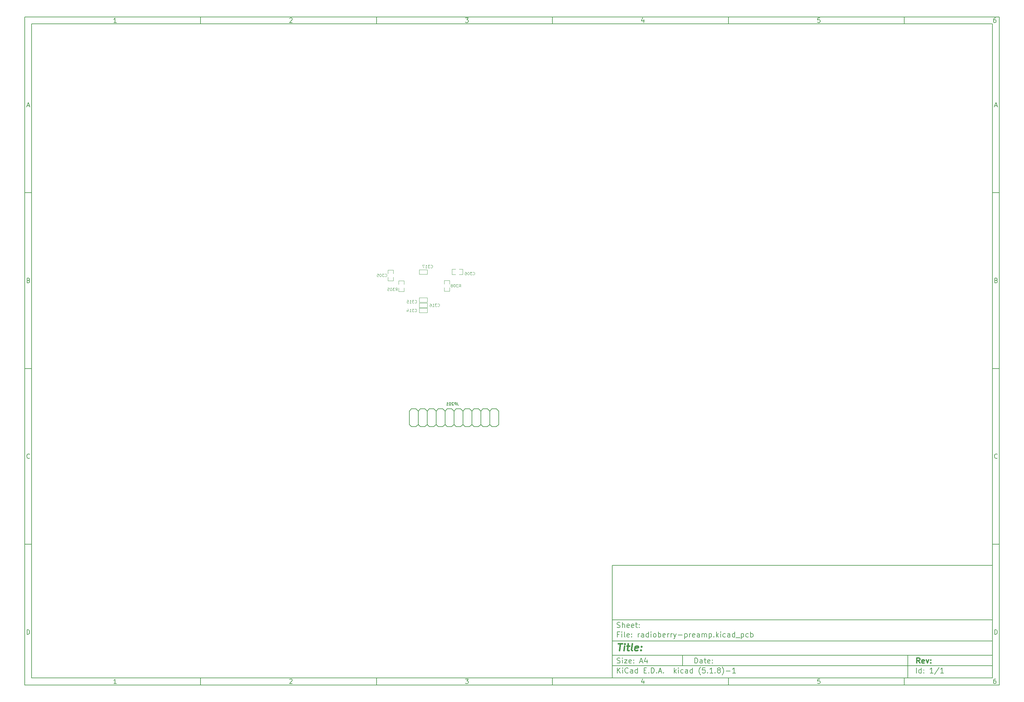
<source format=gbo>
%TF.GenerationSoftware,KiCad,Pcbnew,(5.1.8)-1*%
%TF.CreationDate,2020-12-20T16:15:32+01:00*%
%TF.ProjectId,radioberry-preamp,72616469-6f62-4657-9272-792d70726561,rev?*%
%TF.SameCoordinates,Original*%
%TF.FileFunction,Legend,Bot*%
%TF.FilePolarity,Positive*%
%FSLAX46Y46*%
G04 Gerber Fmt 4.6, Leading zero omitted, Abs format (unit mm)*
G04 Created by KiCad (PCBNEW (5.1.8)-1) date 2020-12-20 16:15:32*
%MOMM*%
%LPD*%
G01*
G04 APERTURE LIST*
%ADD10C,0.100000*%
%ADD11C,0.150000*%
%ADD12C,0.300000*%
%ADD13C,0.400000*%
%ADD14C,0.152400*%
%ADD15C,0.127000*%
G04 APERTURE END LIST*
D10*
D11*
X177002200Y-166007200D02*
X177002200Y-198007200D01*
X285002200Y-198007200D01*
X285002200Y-166007200D01*
X177002200Y-166007200D01*
D10*
D11*
X10000000Y-10000000D02*
X10000000Y-200007200D01*
X287002200Y-200007200D01*
X287002200Y-10000000D01*
X10000000Y-10000000D01*
D10*
D11*
X12000000Y-12000000D02*
X12000000Y-198007200D01*
X285002200Y-198007200D01*
X285002200Y-12000000D01*
X12000000Y-12000000D01*
D10*
D11*
X60000000Y-12000000D02*
X60000000Y-10000000D01*
D10*
D11*
X110000000Y-12000000D02*
X110000000Y-10000000D01*
D10*
D11*
X160000000Y-12000000D02*
X160000000Y-10000000D01*
D10*
D11*
X210000000Y-12000000D02*
X210000000Y-10000000D01*
D10*
D11*
X260000000Y-12000000D02*
X260000000Y-10000000D01*
D10*
D11*
X36065476Y-11588095D02*
X35322619Y-11588095D01*
X35694047Y-11588095D02*
X35694047Y-10288095D01*
X35570238Y-10473809D01*
X35446428Y-10597619D01*
X35322619Y-10659523D01*
D10*
D11*
X85322619Y-10411904D02*
X85384523Y-10350000D01*
X85508333Y-10288095D01*
X85817857Y-10288095D01*
X85941666Y-10350000D01*
X86003571Y-10411904D01*
X86065476Y-10535714D01*
X86065476Y-10659523D01*
X86003571Y-10845238D01*
X85260714Y-11588095D01*
X86065476Y-11588095D01*
D10*
D11*
X135260714Y-10288095D02*
X136065476Y-10288095D01*
X135632142Y-10783333D01*
X135817857Y-10783333D01*
X135941666Y-10845238D01*
X136003571Y-10907142D01*
X136065476Y-11030952D01*
X136065476Y-11340476D01*
X136003571Y-11464285D01*
X135941666Y-11526190D01*
X135817857Y-11588095D01*
X135446428Y-11588095D01*
X135322619Y-11526190D01*
X135260714Y-11464285D01*
D10*
D11*
X185941666Y-10721428D02*
X185941666Y-11588095D01*
X185632142Y-10226190D02*
X185322619Y-11154761D01*
X186127380Y-11154761D01*
D10*
D11*
X236003571Y-10288095D02*
X235384523Y-10288095D01*
X235322619Y-10907142D01*
X235384523Y-10845238D01*
X235508333Y-10783333D01*
X235817857Y-10783333D01*
X235941666Y-10845238D01*
X236003571Y-10907142D01*
X236065476Y-11030952D01*
X236065476Y-11340476D01*
X236003571Y-11464285D01*
X235941666Y-11526190D01*
X235817857Y-11588095D01*
X235508333Y-11588095D01*
X235384523Y-11526190D01*
X235322619Y-11464285D01*
D10*
D11*
X285941666Y-10288095D02*
X285694047Y-10288095D01*
X285570238Y-10350000D01*
X285508333Y-10411904D01*
X285384523Y-10597619D01*
X285322619Y-10845238D01*
X285322619Y-11340476D01*
X285384523Y-11464285D01*
X285446428Y-11526190D01*
X285570238Y-11588095D01*
X285817857Y-11588095D01*
X285941666Y-11526190D01*
X286003571Y-11464285D01*
X286065476Y-11340476D01*
X286065476Y-11030952D01*
X286003571Y-10907142D01*
X285941666Y-10845238D01*
X285817857Y-10783333D01*
X285570238Y-10783333D01*
X285446428Y-10845238D01*
X285384523Y-10907142D01*
X285322619Y-11030952D01*
D10*
D11*
X60000000Y-198007200D02*
X60000000Y-200007200D01*
D10*
D11*
X110000000Y-198007200D02*
X110000000Y-200007200D01*
D10*
D11*
X160000000Y-198007200D02*
X160000000Y-200007200D01*
D10*
D11*
X210000000Y-198007200D02*
X210000000Y-200007200D01*
D10*
D11*
X260000000Y-198007200D02*
X260000000Y-200007200D01*
D10*
D11*
X36065476Y-199595295D02*
X35322619Y-199595295D01*
X35694047Y-199595295D02*
X35694047Y-198295295D01*
X35570238Y-198481009D01*
X35446428Y-198604819D01*
X35322619Y-198666723D01*
D10*
D11*
X85322619Y-198419104D02*
X85384523Y-198357200D01*
X85508333Y-198295295D01*
X85817857Y-198295295D01*
X85941666Y-198357200D01*
X86003571Y-198419104D01*
X86065476Y-198542914D01*
X86065476Y-198666723D01*
X86003571Y-198852438D01*
X85260714Y-199595295D01*
X86065476Y-199595295D01*
D10*
D11*
X135260714Y-198295295D02*
X136065476Y-198295295D01*
X135632142Y-198790533D01*
X135817857Y-198790533D01*
X135941666Y-198852438D01*
X136003571Y-198914342D01*
X136065476Y-199038152D01*
X136065476Y-199347676D01*
X136003571Y-199471485D01*
X135941666Y-199533390D01*
X135817857Y-199595295D01*
X135446428Y-199595295D01*
X135322619Y-199533390D01*
X135260714Y-199471485D01*
D10*
D11*
X185941666Y-198728628D02*
X185941666Y-199595295D01*
X185632142Y-198233390D02*
X185322619Y-199161961D01*
X186127380Y-199161961D01*
D10*
D11*
X236003571Y-198295295D02*
X235384523Y-198295295D01*
X235322619Y-198914342D01*
X235384523Y-198852438D01*
X235508333Y-198790533D01*
X235817857Y-198790533D01*
X235941666Y-198852438D01*
X236003571Y-198914342D01*
X236065476Y-199038152D01*
X236065476Y-199347676D01*
X236003571Y-199471485D01*
X235941666Y-199533390D01*
X235817857Y-199595295D01*
X235508333Y-199595295D01*
X235384523Y-199533390D01*
X235322619Y-199471485D01*
D10*
D11*
X285941666Y-198295295D02*
X285694047Y-198295295D01*
X285570238Y-198357200D01*
X285508333Y-198419104D01*
X285384523Y-198604819D01*
X285322619Y-198852438D01*
X285322619Y-199347676D01*
X285384523Y-199471485D01*
X285446428Y-199533390D01*
X285570238Y-199595295D01*
X285817857Y-199595295D01*
X285941666Y-199533390D01*
X286003571Y-199471485D01*
X286065476Y-199347676D01*
X286065476Y-199038152D01*
X286003571Y-198914342D01*
X285941666Y-198852438D01*
X285817857Y-198790533D01*
X285570238Y-198790533D01*
X285446428Y-198852438D01*
X285384523Y-198914342D01*
X285322619Y-199038152D01*
D10*
D11*
X10000000Y-60000000D02*
X12000000Y-60000000D01*
D10*
D11*
X10000000Y-110000000D02*
X12000000Y-110000000D01*
D10*
D11*
X10000000Y-160000000D02*
X12000000Y-160000000D01*
D10*
D11*
X10690476Y-35216666D02*
X11309523Y-35216666D01*
X10566666Y-35588095D02*
X11000000Y-34288095D01*
X11433333Y-35588095D01*
D10*
D11*
X11092857Y-84907142D02*
X11278571Y-84969047D01*
X11340476Y-85030952D01*
X11402380Y-85154761D01*
X11402380Y-85340476D01*
X11340476Y-85464285D01*
X11278571Y-85526190D01*
X11154761Y-85588095D01*
X10659523Y-85588095D01*
X10659523Y-84288095D01*
X11092857Y-84288095D01*
X11216666Y-84350000D01*
X11278571Y-84411904D01*
X11340476Y-84535714D01*
X11340476Y-84659523D01*
X11278571Y-84783333D01*
X11216666Y-84845238D01*
X11092857Y-84907142D01*
X10659523Y-84907142D01*
D10*
D11*
X11402380Y-135464285D02*
X11340476Y-135526190D01*
X11154761Y-135588095D01*
X11030952Y-135588095D01*
X10845238Y-135526190D01*
X10721428Y-135402380D01*
X10659523Y-135278571D01*
X10597619Y-135030952D01*
X10597619Y-134845238D01*
X10659523Y-134597619D01*
X10721428Y-134473809D01*
X10845238Y-134350000D01*
X11030952Y-134288095D01*
X11154761Y-134288095D01*
X11340476Y-134350000D01*
X11402380Y-134411904D01*
D10*
D11*
X10659523Y-185588095D02*
X10659523Y-184288095D01*
X10969047Y-184288095D01*
X11154761Y-184350000D01*
X11278571Y-184473809D01*
X11340476Y-184597619D01*
X11402380Y-184845238D01*
X11402380Y-185030952D01*
X11340476Y-185278571D01*
X11278571Y-185402380D01*
X11154761Y-185526190D01*
X10969047Y-185588095D01*
X10659523Y-185588095D01*
D10*
D11*
X287002200Y-60000000D02*
X285002200Y-60000000D01*
D10*
D11*
X287002200Y-110000000D02*
X285002200Y-110000000D01*
D10*
D11*
X287002200Y-160000000D02*
X285002200Y-160000000D01*
D10*
D11*
X285692676Y-35216666D02*
X286311723Y-35216666D01*
X285568866Y-35588095D02*
X286002200Y-34288095D01*
X286435533Y-35588095D01*
D10*
D11*
X286095057Y-84907142D02*
X286280771Y-84969047D01*
X286342676Y-85030952D01*
X286404580Y-85154761D01*
X286404580Y-85340476D01*
X286342676Y-85464285D01*
X286280771Y-85526190D01*
X286156961Y-85588095D01*
X285661723Y-85588095D01*
X285661723Y-84288095D01*
X286095057Y-84288095D01*
X286218866Y-84350000D01*
X286280771Y-84411904D01*
X286342676Y-84535714D01*
X286342676Y-84659523D01*
X286280771Y-84783333D01*
X286218866Y-84845238D01*
X286095057Y-84907142D01*
X285661723Y-84907142D01*
D10*
D11*
X286404580Y-135464285D02*
X286342676Y-135526190D01*
X286156961Y-135588095D01*
X286033152Y-135588095D01*
X285847438Y-135526190D01*
X285723628Y-135402380D01*
X285661723Y-135278571D01*
X285599819Y-135030952D01*
X285599819Y-134845238D01*
X285661723Y-134597619D01*
X285723628Y-134473809D01*
X285847438Y-134350000D01*
X286033152Y-134288095D01*
X286156961Y-134288095D01*
X286342676Y-134350000D01*
X286404580Y-134411904D01*
D10*
D11*
X285661723Y-185588095D02*
X285661723Y-184288095D01*
X285971247Y-184288095D01*
X286156961Y-184350000D01*
X286280771Y-184473809D01*
X286342676Y-184597619D01*
X286404580Y-184845238D01*
X286404580Y-185030952D01*
X286342676Y-185278571D01*
X286280771Y-185402380D01*
X286156961Y-185526190D01*
X285971247Y-185588095D01*
X285661723Y-185588095D01*
D10*
D11*
X200434342Y-193785771D02*
X200434342Y-192285771D01*
X200791485Y-192285771D01*
X201005771Y-192357200D01*
X201148628Y-192500057D01*
X201220057Y-192642914D01*
X201291485Y-192928628D01*
X201291485Y-193142914D01*
X201220057Y-193428628D01*
X201148628Y-193571485D01*
X201005771Y-193714342D01*
X200791485Y-193785771D01*
X200434342Y-193785771D01*
X202577200Y-193785771D02*
X202577200Y-193000057D01*
X202505771Y-192857200D01*
X202362914Y-192785771D01*
X202077200Y-192785771D01*
X201934342Y-192857200D01*
X202577200Y-193714342D02*
X202434342Y-193785771D01*
X202077200Y-193785771D01*
X201934342Y-193714342D01*
X201862914Y-193571485D01*
X201862914Y-193428628D01*
X201934342Y-193285771D01*
X202077200Y-193214342D01*
X202434342Y-193214342D01*
X202577200Y-193142914D01*
X203077200Y-192785771D02*
X203648628Y-192785771D01*
X203291485Y-192285771D02*
X203291485Y-193571485D01*
X203362914Y-193714342D01*
X203505771Y-193785771D01*
X203648628Y-193785771D01*
X204720057Y-193714342D02*
X204577200Y-193785771D01*
X204291485Y-193785771D01*
X204148628Y-193714342D01*
X204077200Y-193571485D01*
X204077200Y-193000057D01*
X204148628Y-192857200D01*
X204291485Y-192785771D01*
X204577200Y-192785771D01*
X204720057Y-192857200D01*
X204791485Y-193000057D01*
X204791485Y-193142914D01*
X204077200Y-193285771D01*
X205434342Y-193642914D02*
X205505771Y-193714342D01*
X205434342Y-193785771D01*
X205362914Y-193714342D01*
X205434342Y-193642914D01*
X205434342Y-193785771D01*
X205434342Y-192857200D02*
X205505771Y-192928628D01*
X205434342Y-193000057D01*
X205362914Y-192928628D01*
X205434342Y-192857200D01*
X205434342Y-193000057D01*
D10*
D11*
X177002200Y-194507200D02*
X285002200Y-194507200D01*
D10*
D11*
X178434342Y-196585771D02*
X178434342Y-195085771D01*
X179291485Y-196585771D02*
X178648628Y-195728628D01*
X179291485Y-195085771D02*
X178434342Y-195942914D01*
X179934342Y-196585771D02*
X179934342Y-195585771D01*
X179934342Y-195085771D02*
X179862914Y-195157200D01*
X179934342Y-195228628D01*
X180005771Y-195157200D01*
X179934342Y-195085771D01*
X179934342Y-195228628D01*
X181505771Y-196442914D02*
X181434342Y-196514342D01*
X181220057Y-196585771D01*
X181077200Y-196585771D01*
X180862914Y-196514342D01*
X180720057Y-196371485D01*
X180648628Y-196228628D01*
X180577200Y-195942914D01*
X180577200Y-195728628D01*
X180648628Y-195442914D01*
X180720057Y-195300057D01*
X180862914Y-195157200D01*
X181077200Y-195085771D01*
X181220057Y-195085771D01*
X181434342Y-195157200D01*
X181505771Y-195228628D01*
X182791485Y-196585771D02*
X182791485Y-195800057D01*
X182720057Y-195657200D01*
X182577200Y-195585771D01*
X182291485Y-195585771D01*
X182148628Y-195657200D01*
X182791485Y-196514342D02*
X182648628Y-196585771D01*
X182291485Y-196585771D01*
X182148628Y-196514342D01*
X182077200Y-196371485D01*
X182077200Y-196228628D01*
X182148628Y-196085771D01*
X182291485Y-196014342D01*
X182648628Y-196014342D01*
X182791485Y-195942914D01*
X184148628Y-196585771D02*
X184148628Y-195085771D01*
X184148628Y-196514342D02*
X184005771Y-196585771D01*
X183720057Y-196585771D01*
X183577200Y-196514342D01*
X183505771Y-196442914D01*
X183434342Y-196300057D01*
X183434342Y-195871485D01*
X183505771Y-195728628D01*
X183577200Y-195657200D01*
X183720057Y-195585771D01*
X184005771Y-195585771D01*
X184148628Y-195657200D01*
X186005771Y-195800057D02*
X186505771Y-195800057D01*
X186720057Y-196585771D02*
X186005771Y-196585771D01*
X186005771Y-195085771D01*
X186720057Y-195085771D01*
X187362914Y-196442914D02*
X187434342Y-196514342D01*
X187362914Y-196585771D01*
X187291485Y-196514342D01*
X187362914Y-196442914D01*
X187362914Y-196585771D01*
X188077200Y-196585771D02*
X188077200Y-195085771D01*
X188434342Y-195085771D01*
X188648628Y-195157200D01*
X188791485Y-195300057D01*
X188862914Y-195442914D01*
X188934342Y-195728628D01*
X188934342Y-195942914D01*
X188862914Y-196228628D01*
X188791485Y-196371485D01*
X188648628Y-196514342D01*
X188434342Y-196585771D01*
X188077200Y-196585771D01*
X189577200Y-196442914D02*
X189648628Y-196514342D01*
X189577200Y-196585771D01*
X189505771Y-196514342D01*
X189577200Y-196442914D01*
X189577200Y-196585771D01*
X190220057Y-196157200D02*
X190934342Y-196157200D01*
X190077200Y-196585771D02*
X190577200Y-195085771D01*
X191077200Y-196585771D01*
X191577200Y-196442914D02*
X191648628Y-196514342D01*
X191577200Y-196585771D01*
X191505771Y-196514342D01*
X191577200Y-196442914D01*
X191577200Y-196585771D01*
X194577200Y-196585771D02*
X194577200Y-195085771D01*
X194720057Y-196014342D02*
X195148628Y-196585771D01*
X195148628Y-195585771D02*
X194577200Y-196157200D01*
X195791485Y-196585771D02*
X195791485Y-195585771D01*
X195791485Y-195085771D02*
X195720057Y-195157200D01*
X195791485Y-195228628D01*
X195862914Y-195157200D01*
X195791485Y-195085771D01*
X195791485Y-195228628D01*
X197148628Y-196514342D02*
X197005771Y-196585771D01*
X196720057Y-196585771D01*
X196577200Y-196514342D01*
X196505771Y-196442914D01*
X196434342Y-196300057D01*
X196434342Y-195871485D01*
X196505771Y-195728628D01*
X196577200Y-195657200D01*
X196720057Y-195585771D01*
X197005771Y-195585771D01*
X197148628Y-195657200D01*
X198434342Y-196585771D02*
X198434342Y-195800057D01*
X198362914Y-195657200D01*
X198220057Y-195585771D01*
X197934342Y-195585771D01*
X197791485Y-195657200D01*
X198434342Y-196514342D02*
X198291485Y-196585771D01*
X197934342Y-196585771D01*
X197791485Y-196514342D01*
X197720057Y-196371485D01*
X197720057Y-196228628D01*
X197791485Y-196085771D01*
X197934342Y-196014342D01*
X198291485Y-196014342D01*
X198434342Y-195942914D01*
X199791485Y-196585771D02*
X199791485Y-195085771D01*
X199791485Y-196514342D02*
X199648628Y-196585771D01*
X199362914Y-196585771D01*
X199220057Y-196514342D01*
X199148628Y-196442914D01*
X199077200Y-196300057D01*
X199077200Y-195871485D01*
X199148628Y-195728628D01*
X199220057Y-195657200D01*
X199362914Y-195585771D01*
X199648628Y-195585771D01*
X199791485Y-195657200D01*
X202077200Y-197157200D02*
X202005771Y-197085771D01*
X201862914Y-196871485D01*
X201791485Y-196728628D01*
X201720057Y-196514342D01*
X201648628Y-196157200D01*
X201648628Y-195871485D01*
X201720057Y-195514342D01*
X201791485Y-195300057D01*
X201862914Y-195157200D01*
X202005771Y-194942914D01*
X202077200Y-194871485D01*
X203362914Y-195085771D02*
X202648628Y-195085771D01*
X202577200Y-195800057D01*
X202648628Y-195728628D01*
X202791485Y-195657200D01*
X203148628Y-195657200D01*
X203291485Y-195728628D01*
X203362914Y-195800057D01*
X203434342Y-195942914D01*
X203434342Y-196300057D01*
X203362914Y-196442914D01*
X203291485Y-196514342D01*
X203148628Y-196585771D01*
X202791485Y-196585771D01*
X202648628Y-196514342D01*
X202577200Y-196442914D01*
X204077200Y-196442914D02*
X204148628Y-196514342D01*
X204077200Y-196585771D01*
X204005771Y-196514342D01*
X204077200Y-196442914D01*
X204077200Y-196585771D01*
X205577200Y-196585771D02*
X204720057Y-196585771D01*
X205148628Y-196585771D02*
X205148628Y-195085771D01*
X205005771Y-195300057D01*
X204862914Y-195442914D01*
X204720057Y-195514342D01*
X206220057Y-196442914D02*
X206291485Y-196514342D01*
X206220057Y-196585771D01*
X206148628Y-196514342D01*
X206220057Y-196442914D01*
X206220057Y-196585771D01*
X207148628Y-195728628D02*
X207005771Y-195657200D01*
X206934342Y-195585771D01*
X206862914Y-195442914D01*
X206862914Y-195371485D01*
X206934342Y-195228628D01*
X207005771Y-195157200D01*
X207148628Y-195085771D01*
X207434342Y-195085771D01*
X207577200Y-195157200D01*
X207648628Y-195228628D01*
X207720057Y-195371485D01*
X207720057Y-195442914D01*
X207648628Y-195585771D01*
X207577200Y-195657200D01*
X207434342Y-195728628D01*
X207148628Y-195728628D01*
X207005771Y-195800057D01*
X206934342Y-195871485D01*
X206862914Y-196014342D01*
X206862914Y-196300057D01*
X206934342Y-196442914D01*
X207005771Y-196514342D01*
X207148628Y-196585771D01*
X207434342Y-196585771D01*
X207577200Y-196514342D01*
X207648628Y-196442914D01*
X207720057Y-196300057D01*
X207720057Y-196014342D01*
X207648628Y-195871485D01*
X207577200Y-195800057D01*
X207434342Y-195728628D01*
X208220057Y-197157200D02*
X208291485Y-197085771D01*
X208434342Y-196871485D01*
X208505771Y-196728628D01*
X208577200Y-196514342D01*
X208648628Y-196157200D01*
X208648628Y-195871485D01*
X208577200Y-195514342D01*
X208505771Y-195300057D01*
X208434342Y-195157200D01*
X208291485Y-194942914D01*
X208220057Y-194871485D01*
X209362914Y-196014342D02*
X210505771Y-196014342D01*
X212005771Y-196585771D02*
X211148628Y-196585771D01*
X211577200Y-196585771D02*
X211577200Y-195085771D01*
X211434342Y-195300057D01*
X211291485Y-195442914D01*
X211148628Y-195514342D01*
D10*
D11*
X177002200Y-191507200D02*
X285002200Y-191507200D01*
D10*
D12*
X264411485Y-193785771D02*
X263911485Y-193071485D01*
X263554342Y-193785771D02*
X263554342Y-192285771D01*
X264125771Y-192285771D01*
X264268628Y-192357200D01*
X264340057Y-192428628D01*
X264411485Y-192571485D01*
X264411485Y-192785771D01*
X264340057Y-192928628D01*
X264268628Y-193000057D01*
X264125771Y-193071485D01*
X263554342Y-193071485D01*
X265625771Y-193714342D02*
X265482914Y-193785771D01*
X265197200Y-193785771D01*
X265054342Y-193714342D01*
X264982914Y-193571485D01*
X264982914Y-193000057D01*
X265054342Y-192857200D01*
X265197200Y-192785771D01*
X265482914Y-192785771D01*
X265625771Y-192857200D01*
X265697200Y-193000057D01*
X265697200Y-193142914D01*
X264982914Y-193285771D01*
X266197200Y-192785771D02*
X266554342Y-193785771D01*
X266911485Y-192785771D01*
X267482914Y-193642914D02*
X267554342Y-193714342D01*
X267482914Y-193785771D01*
X267411485Y-193714342D01*
X267482914Y-193642914D01*
X267482914Y-193785771D01*
X267482914Y-192857200D02*
X267554342Y-192928628D01*
X267482914Y-193000057D01*
X267411485Y-192928628D01*
X267482914Y-192857200D01*
X267482914Y-193000057D01*
D10*
D11*
X178362914Y-193714342D02*
X178577200Y-193785771D01*
X178934342Y-193785771D01*
X179077200Y-193714342D01*
X179148628Y-193642914D01*
X179220057Y-193500057D01*
X179220057Y-193357200D01*
X179148628Y-193214342D01*
X179077200Y-193142914D01*
X178934342Y-193071485D01*
X178648628Y-193000057D01*
X178505771Y-192928628D01*
X178434342Y-192857200D01*
X178362914Y-192714342D01*
X178362914Y-192571485D01*
X178434342Y-192428628D01*
X178505771Y-192357200D01*
X178648628Y-192285771D01*
X179005771Y-192285771D01*
X179220057Y-192357200D01*
X179862914Y-193785771D02*
X179862914Y-192785771D01*
X179862914Y-192285771D02*
X179791485Y-192357200D01*
X179862914Y-192428628D01*
X179934342Y-192357200D01*
X179862914Y-192285771D01*
X179862914Y-192428628D01*
X180434342Y-192785771D02*
X181220057Y-192785771D01*
X180434342Y-193785771D01*
X181220057Y-193785771D01*
X182362914Y-193714342D02*
X182220057Y-193785771D01*
X181934342Y-193785771D01*
X181791485Y-193714342D01*
X181720057Y-193571485D01*
X181720057Y-193000057D01*
X181791485Y-192857200D01*
X181934342Y-192785771D01*
X182220057Y-192785771D01*
X182362914Y-192857200D01*
X182434342Y-193000057D01*
X182434342Y-193142914D01*
X181720057Y-193285771D01*
X183077200Y-193642914D02*
X183148628Y-193714342D01*
X183077200Y-193785771D01*
X183005771Y-193714342D01*
X183077200Y-193642914D01*
X183077200Y-193785771D01*
X183077200Y-192857200D02*
X183148628Y-192928628D01*
X183077200Y-193000057D01*
X183005771Y-192928628D01*
X183077200Y-192857200D01*
X183077200Y-193000057D01*
X184862914Y-193357200D02*
X185577200Y-193357200D01*
X184720057Y-193785771D02*
X185220057Y-192285771D01*
X185720057Y-193785771D01*
X186862914Y-192785771D02*
X186862914Y-193785771D01*
X186505771Y-192214342D02*
X186148628Y-193285771D01*
X187077200Y-193285771D01*
D10*
D11*
X263434342Y-196585771D02*
X263434342Y-195085771D01*
X264791485Y-196585771D02*
X264791485Y-195085771D01*
X264791485Y-196514342D02*
X264648628Y-196585771D01*
X264362914Y-196585771D01*
X264220057Y-196514342D01*
X264148628Y-196442914D01*
X264077200Y-196300057D01*
X264077200Y-195871485D01*
X264148628Y-195728628D01*
X264220057Y-195657200D01*
X264362914Y-195585771D01*
X264648628Y-195585771D01*
X264791485Y-195657200D01*
X265505771Y-196442914D02*
X265577200Y-196514342D01*
X265505771Y-196585771D01*
X265434342Y-196514342D01*
X265505771Y-196442914D01*
X265505771Y-196585771D01*
X265505771Y-195657200D02*
X265577200Y-195728628D01*
X265505771Y-195800057D01*
X265434342Y-195728628D01*
X265505771Y-195657200D01*
X265505771Y-195800057D01*
X268148628Y-196585771D02*
X267291485Y-196585771D01*
X267720057Y-196585771D02*
X267720057Y-195085771D01*
X267577200Y-195300057D01*
X267434342Y-195442914D01*
X267291485Y-195514342D01*
X269862914Y-195014342D02*
X268577200Y-196942914D01*
X271148628Y-196585771D02*
X270291485Y-196585771D01*
X270720057Y-196585771D02*
X270720057Y-195085771D01*
X270577200Y-195300057D01*
X270434342Y-195442914D01*
X270291485Y-195514342D01*
D10*
D11*
X177002200Y-187507200D02*
X285002200Y-187507200D01*
D10*
D13*
X178714580Y-188211961D02*
X179857438Y-188211961D01*
X179036009Y-190211961D02*
X179286009Y-188211961D01*
X180274104Y-190211961D02*
X180440771Y-188878628D01*
X180524104Y-188211961D02*
X180416961Y-188307200D01*
X180500295Y-188402438D01*
X180607438Y-188307200D01*
X180524104Y-188211961D01*
X180500295Y-188402438D01*
X181107438Y-188878628D02*
X181869342Y-188878628D01*
X181476485Y-188211961D02*
X181262200Y-189926247D01*
X181333628Y-190116723D01*
X181512200Y-190211961D01*
X181702676Y-190211961D01*
X182655057Y-190211961D02*
X182476485Y-190116723D01*
X182405057Y-189926247D01*
X182619342Y-188211961D01*
X184190771Y-190116723D02*
X183988390Y-190211961D01*
X183607438Y-190211961D01*
X183428866Y-190116723D01*
X183357438Y-189926247D01*
X183452676Y-189164342D01*
X183571723Y-188973866D01*
X183774104Y-188878628D01*
X184155057Y-188878628D01*
X184333628Y-188973866D01*
X184405057Y-189164342D01*
X184381247Y-189354819D01*
X183405057Y-189545295D01*
X185155057Y-190021485D02*
X185238390Y-190116723D01*
X185131247Y-190211961D01*
X185047914Y-190116723D01*
X185155057Y-190021485D01*
X185131247Y-190211961D01*
X185286009Y-188973866D02*
X185369342Y-189069104D01*
X185262200Y-189164342D01*
X185178866Y-189069104D01*
X185286009Y-188973866D01*
X185262200Y-189164342D01*
D10*
D11*
X178934342Y-185600057D02*
X178434342Y-185600057D01*
X178434342Y-186385771D02*
X178434342Y-184885771D01*
X179148628Y-184885771D01*
X179720057Y-186385771D02*
X179720057Y-185385771D01*
X179720057Y-184885771D02*
X179648628Y-184957200D01*
X179720057Y-185028628D01*
X179791485Y-184957200D01*
X179720057Y-184885771D01*
X179720057Y-185028628D01*
X180648628Y-186385771D02*
X180505771Y-186314342D01*
X180434342Y-186171485D01*
X180434342Y-184885771D01*
X181791485Y-186314342D02*
X181648628Y-186385771D01*
X181362914Y-186385771D01*
X181220057Y-186314342D01*
X181148628Y-186171485D01*
X181148628Y-185600057D01*
X181220057Y-185457200D01*
X181362914Y-185385771D01*
X181648628Y-185385771D01*
X181791485Y-185457200D01*
X181862914Y-185600057D01*
X181862914Y-185742914D01*
X181148628Y-185885771D01*
X182505771Y-186242914D02*
X182577200Y-186314342D01*
X182505771Y-186385771D01*
X182434342Y-186314342D01*
X182505771Y-186242914D01*
X182505771Y-186385771D01*
X182505771Y-185457200D02*
X182577200Y-185528628D01*
X182505771Y-185600057D01*
X182434342Y-185528628D01*
X182505771Y-185457200D01*
X182505771Y-185600057D01*
X184362914Y-186385771D02*
X184362914Y-185385771D01*
X184362914Y-185671485D02*
X184434342Y-185528628D01*
X184505771Y-185457200D01*
X184648628Y-185385771D01*
X184791485Y-185385771D01*
X185934342Y-186385771D02*
X185934342Y-185600057D01*
X185862914Y-185457200D01*
X185720057Y-185385771D01*
X185434342Y-185385771D01*
X185291485Y-185457200D01*
X185934342Y-186314342D02*
X185791485Y-186385771D01*
X185434342Y-186385771D01*
X185291485Y-186314342D01*
X185220057Y-186171485D01*
X185220057Y-186028628D01*
X185291485Y-185885771D01*
X185434342Y-185814342D01*
X185791485Y-185814342D01*
X185934342Y-185742914D01*
X187291485Y-186385771D02*
X187291485Y-184885771D01*
X187291485Y-186314342D02*
X187148628Y-186385771D01*
X186862914Y-186385771D01*
X186720057Y-186314342D01*
X186648628Y-186242914D01*
X186577200Y-186100057D01*
X186577200Y-185671485D01*
X186648628Y-185528628D01*
X186720057Y-185457200D01*
X186862914Y-185385771D01*
X187148628Y-185385771D01*
X187291485Y-185457200D01*
X188005771Y-186385771D02*
X188005771Y-185385771D01*
X188005771Y-184885771D02*
X187934342Y-184957200D01*
X188005771Y-185028628D01*
X188077200Y-184957200D01*
X188005771Y-184885771D01*
X188005771Y-185028628D01*
X188934342Y-186385771D02*
X188791485Y-186314342D01*
X188720057Y-186242914D01*
X188648628Y-186100057D01*
X188648628Y-185671485D01*
X188720057Y-185528628D01*
X188791485Y-185457200D01*
X188934342Y-185385771D01*
X189148628Y-185385771D01*
X189291485Y-185457200D01*
X189362914Y-185528628D01*
X189434342Y-185671485D01*
X189434342Y-186100057D01*
X189362914Y-186242914D01*
X189291485Y-186314342D01*
X189148628Y-186385771D01*
X188934342Y-186385771D01*
X190077200Y-186385771D02*
X190077200Y-184885771D01*
X190077200Y-185457200D02*
X190220057Y-185385771D01*
X190505771Y-185385771D01*
X190648628Y-185457200D01*
X190720057Y-185528628D01*
X190791485Y-185671485D01*
X190791485Y-186100057D01*
X190720057Y-186242914D01*
X190648628Y-186314342D01*
X190505771Y-186385771D01*
X190220057Y-186385771D01*
X190077200Y-186314342D01*
X192005771Y-186314342D02*
X191862914Y-186385771D01*
X191577200Y-186385771D01*
X191434342Y-186314342D01*
X191362914Y-186171485D01*
X191362914Y-185600057D01*
X191434342Y-185457200D01*
X191577200Y-185385771D01*
X191862914Y-185385771D01*
X192005771Y-185457200D01*
X192077200Y-185600057D01*
X192077200Y-185742914D01*
X191362914Y-185885771D01*
X192720057Y-186385771D02*
X192720057Y-185385771D01*
X192720057Y-185671485D02*
X192791485Y-185528628D01*
X192862914Y-185457200D01*
X193005771Y-185385771D01*
X193148628Y-185385771D01*
X193648628Y-186385771D02*
X193648628Y-185385771D01*
X193648628Y-185671485D02*
X193720057Y-185528628D01*
X193791485Y-185457200D01*
X193934342Y-185385771D01*
X194077200Y-185385771D01*
X194434342Y-185385771D02*
X194791485Y-186385771D01*
X195148628Y-185385771D02*
X194791485Y-186385771D01*
X194648628Y-186742914D01*
X194577200Y-186814342D01*
X194434342Y-186885771D01*
X195720057Y-185814342D02*
X196862914Y-185814342D01*
X197577200Y-185385771D02*
X197577200Y-186885771D01*
X197577200Y-185457200D02*
X197720057Y-185385771D01*
X198005771Y-185385771D01*
X198148628Y-185457200D01*
X198220057Y-185528628D01*
X198291485Y-185671485D01*
X198291485Y-186100057D01*
X198220057Y-186242914D01*
X198148628Y-186314342D01*
X198005771Y-186385771D01*
X197720057Y-186385771D01*
X197577200Y-186314342D01*
X198934342Y-186385771D02*
X198934342Y-185385771D01*
X198934342Y-185671485D02*
X199005771Y-185528628D01*
X199077200Y-185457200D01*
X199220057Y-185385771D01*
X199362914Y-185385771D01*
X200434342Y-186314342D02*
X200291485Y-186385771D01*
X200005771Y-186385771D01*
X199862914Y-186314342D01*
X199791485Y-186171485D01*
X199791485Y-185600057D01*
X199862914Y-185457200D01*
X200005771Y-185385771D01*
X200291485Y-185385771D01*
X200434342Y-185457200D01*
X200505771Y-185600057D01*
X200505771Y-185742914D01*
X199791485Y-185885771D01*
X201791485Y-186385771D02*
X201791485Y-185600057D01*
X201720057Y-185457200D01*
X201577200Y-185385771D01*
X201291485Y-185385771D01*
X201148628Y-185457200D01*
X201791485Y-186314342D02*
X201648628Y-186385771D01*
X201291485Y-186385771D01*
X201148628Y-186314342D01*
X201077200Y-186171485D01*
X201077200Y-186028628D01*
X201148628Y-185885771D01*
X201291485Y-185814342D01*
X201648628Y-185814342D01*
X201791485Y-185742914D01*
X202505771Y-186385771D02*
X202505771Y-185385771D01*
X202505771Y-185528628D02*
X202577200Y-185457200D01*
X202720057Y-185385771D01*
X202934342Y-185385771D01*
X203077200Y-185457200D01*
X203148628Y-185600057D01*
X203148628Y-186385771D01*
X203148628Y-185600057D02*
X203220057Y-185457200D01*
X203362914Y-185385771D01*
X203577200Y-185385771D01*
X203720057Y-185457200D01*
X203791485Y-185600057D01*
X203791485Y-186385771D01*
X204505771Y-185385771D02*
X204505771Y-186885771D01*
X204505771Y-185457200D02*
X204648628Y-185385771D01*
X204934342Y-185385771D01*
X205077200Y-185457200D01*
X205148628Y-185528628D01*
X205220057Y-185671485D01*
X205220057Y-186100057D01*
X205148628Y-186242914D01*
X205077200Y-186314342D01*
X204934342Y-186385771D01*
X204648628Y-186385771D01*
X204505771Y-186314342D01*
X205862914Y-186242914D02*
X205934342Y-186314342D01*
X205862914Y-186385771D01*
X205791485Y-186314342D01*
X205862914Y-186242914D01*
X205862914Y-186385771D01*
X206577200Y-186385771D02*
X206577200Y-184885771D01*
X206720057Y-185814342D02*
X207148628Y-186385771D01*
X207148628Y-185385771D02*
X206577200Y-185957200D01*
X207791485Y-186385771D02*
X207791485Y-185385771D01*
X207791485Y-184885771D02*
X207720057Y-184957200D01*
X207791485Y-185028628D01*
X207862914Y-184957200D01*
X207791485Y-184885771D01*
X207791485Y-185028628D01*
X209148628Y-186314342D02*
X209005771Y-186385771D01*
X208720057Y-186385771D01*
X208577200Y-186314342D01*
X208505771Y-186242914D01*
X208434342Y-186100057D01*
X208434342Y-185671485D01*
X208505771Y-185528628D01*
X208577200Y-185457200D01*
X208720057Y-185385771D01*
X209005771Y-185385771D01*
X209148628Y-185457200D01*
X210434342Y-186385771D02*
X210434342Y-185600057D01*
X210362914Y-185457200D01*
X210220057Y-185385771D01*
X209934342Y-185385771D01*
X209791485Y-185457200D01*
X210434342Y-186314342D02*
X210291485Y-186385771D01*
X209934342Y-186385771D01*
X209791485Y-186314342D01*
X209720057Y-186171485D01*
X209720057Y-186028628D01*
X209791485Y-185885771D01*
X209934342Y-185814342D01*
X210291485Y-185814342D01*
X210434342Y-185742914D01*
X211791485Y-186385771D02*
X211791485Y-184885771D01*
X211791485Y-186314342D02*
X211648628Y-186385771D01*
X211362914Y-186385771D01*
X211220057Y-186314342D01*
X211148628Y-186242914D01*
X211077200Y-186100057D01*
X211077200Y-185671485D01*
X211148628Y-185528628D01*
X211220057Y-185457200D01*
X211362914Y-185385771D01*
X211648628Y-185385771D01*
X211791485Y-185457200D01*
X212148628Y-186528628D02*
X213291485Y-186528628D01*
X213648628Y-185385771D02*
X213648628Y-186885771D01*
X213648628Y-185457200D02*
X213791485Y-185385771D01*
X214077200Y-185385771D01*
X214220057Y-185457200D01*
X214291485Y-185528628D01*
X214362914Y-185671485D01*
X214362914Y-186100057D01*
X214291485Y-186242914D01*
X214220057Y-186314342D01*
X214077200Y-186385771D01*
X213791485Y-186385771D01*
X213648628Y-186314342D01*
X215648628Y-186314342D02*
X215505771Y-186385771D01*
X215220057Y-186385771D01*
X215077200Y-186314342D01*
X215005771Y-186242914D01*
X214934342Y-186100057D01*
X214934342Y-185671485D01*
X215005771Y-185528628D01*
X215077200Y-185457200D01*
X215220057Y-185385771D01*
X215505771Y-185385771D01*
X215648628Y-185457200D01*
X216291485Y-186385771D02*
X216291485Y-184885771D01*
X216291485Y-185457200D02*
X216434342Y-185385771D01*
X216720057Y-185385771D01*
X216862914Y-185457200D01*
X216934342Y-185528628D01*
X217005771Y-185671485D01*
X217005771Y-186100057D01*
X216934342Y-186242914D01*
X216862914Y-186314342D01*
X216720057Y-186385771D01*
X216434342Y-186385771D01*
X216291485Y-186314342D01*
D10*
D11*
X177002200Y-181507200D02*
X285002200Y-181507200D01*
D10*
D11*
X178362914Y-183614342D02*
X178577200Y-183685771D01*
X178934342Y-183685771D01*
X179077200Y-183614342D01*
X179148628Y-183542914D01*
X179220057Y-183400057D01*
X179220057Y-183257200D01*
X179148628Y-183114342D01*
X179077200Y-183042914D01*
X178934342Y-182971485D01*
X178648628Y-182900057D01*
X178505771Y-182828628D01*
X178434342Y-182757200D01*
X178362914Y-182614342D01*
X178362914Y-182471485D01*
X178434342Y-182328628D01*
X178505771Y-182257200D01*
X178648628Y-182185771D01*
X179005771Y-182185771D01*
X179220057Y-182257200D01*
X179862914Y-183685771D02*
X179862914Y-182185771D01*
X180505771Y-183685771D02*
X180505771Y-182900057D01*
X180434342Y-182757200D01*
X180291485Y-182685771D01*
X180077200Y-182685771D01*
X179934342Y-182757200D01*
X179862914Y-182828628D01*
X181791485Y-183614342D02*
X181648628Y-183685771D01*
X181362914Y-183685771D01*
X181220057Y-183614342D01*
X181148628Y-183471485D01*
X181148628Y-182900057D01*
X181220057Y-182757200D01*
X181362914Y-182685771D01*
X181648628Y-182685771D01*
X181791485Y-182757200D01*
X181862914Y-182900057D01*
X181862914Y-183042914D01*
X181148628Y-183185771D01*
X183077200Y-183614342D02*
X182934342Y-183685771D01*
X182648628Y-183685771D01*
X182505771Y-183614342D01*
X182434342Y-183471485D01*
X182434342Y-182900057D01*
X182505771Y-182757200D01*
X182648628Y-182685771D01*
X182934342Y-182685771D01*
X183077200Y-182757200D01*
X183148628Y-182900057D01*
X183148628Y-183042914D01*
X182434342Y-183185771D01*
X183577200Y-182685771D02*
X184148628Y-182685771D01*
X183791485Y-182185771D02*
X183791485Y-183471485D01*
X183862914Y-183614342D01*
X184005771Y-183685771D01*
X184148628Y-183685771D01*
X184648628Y-183542914D02*
X184720057Y-183614342D01*
X184648628Y-183685771D01*
X184577200Y-183614342D01*
X184648628Y-183542914D01*
X184648628Y-183685771D01*
X184648628Y-182757200D02*
X184720057Y-182828628D01*
X184648628Y-182900057D01*
X184577200Y-182828628D01*
X184648628Y-182757200D01*
X184648628Y-182900057D01*
D10*
D11*
X197002200Y-191507200D02*
X197002200Y-194507200D01*
D10*
D11*
X261002200Y-191507200D02*
X261002200Y-198007200D01*
D14*
%TO.C,JP201*%
X121205000Y-126540000D02*
X119935000Y-126540000D01*
X119300000Y-122095000D02*
X119300000Y-125905000D01*
X121840000Y-125905000D02*
X121205000Y-126540000D01*
X119300000Y-125905000D02*
X119935000Y-126540000D01*
X119935000Y-121460000D02*
X119300000Y-122095000D01*
X121205000Y-121460000D02*
X119935000Y-121460000D01*
X121840000Y-122095000D02*
X121205000Y-121460000D01*
X144065000Y-126540000D02*
X142795000Y-126540000D01*
X141525000Y-126540000D02*
X140255000Y-126540000D01*
X138985000Y-126540000D02*
X137715000Y-126540000D01*
X136445000Y-126540000D02*
X135175000Y-126540000D01*
X133905000Y-126540000D02*
X132635000Y-126540000D01*
X131365000Y-126540000D02*
X130095000Y-126540000D01*
X128825000Y-126540000D02*
X127555000Y-126540000D01*
X126285000Y-126540000D02*
X125015000Y-126540000D01*
X123745000Y-126540000D02*
X122475000Y-126540000D01*
X121840000Y-122095000D02*
X121840000Y-125905000D01*
X124380000Y-122095000D02*
X124380000Y-125905000D01*
X126920000Y-122095000D02*
X126920000Y-125905000D01*
X129460000Y-122095000D02*
X129460000Y-125905000D01*
X132000000Y-122095000D02*
X132000000Y-125905000D01*
X134540000Y-122095000D02*
X134540000Y-125905000D01*
X137080000Y-122095000D02*
X137080000Y-125905000D01*
X139620000Y-122095000D02*
X139620000Y-125905000D01*
X142160000Y-122095000D02*
X142160000Y-125905000D01*
X129460000Y-125905000D02*
X128825000Y-126540000D01*
X126920000Y-125905000D02*
X127555000Y-126540000D01*
X126920000Y-125905000D02*
X126285000Y-126540000D01*
X124380000Y-125905000D02*
X125015000Y-126540000D01*
X124380000Y-125905000D02*
X123745000Y-126540000D01*
X121840000Y-125905000D02*
X122475000Y-126540000D01*
X122475000Y-121460000D02*
X121840000Y-122095000D01*
X123745000Y-121460000D02*
X122475000Y-121460000D01*
X124380000Y-122095000D02*
X123745000Y-121460000D01*
X125015000Y-121460000D02*
X124380000Y-122095000D01*
X126285000Y-121460000D02*
X125015000Y-121460000D01*
X126920000Y-122095000D02*
X126285000Y-121460000D01*
X127555000Y-121460000D02*
X126920000Y-122095000D01*
X128825000Y-121460000D02*
X127555000Y-121460000D01*
X129460000Y-122095000D02*
X128825000Y-121460000D01*
X130095000Y-121460000D02*
X129460000Y-122095000D01*
X131365000Y-121460000D02*
X130095000Y-121460000D01*
X132000000Y-122095000D02*
X131365000Y-121460000D01*
X132635000Y-121460000D02*
X132000000Y-122095000D01*
X133905000Y-121460000D02*
X132635000Y-121460000D01*
X134540000Y-122095000D02*
X133905000Y-121460000D01*
X135175000Y-121460000D02*
X134540000Y-122095000D01*
X136445000Y-121460000D02*
X135175000Y-121460000D01*
X137080000Y-122095000D02*
X136445000Y-121460000D01*
X137715000Y-121460000D02*
X137080000Y-122095000D01*
X138985000Y-121460000D02*
X137715000Y-121460000D01*
X139620000Y-122095000D02*
X138985000Y-121460000D01*
X140255000Y-121460000D02*
X139620000Y-122095000D01*
X141525000Y-121460000D02*
X140255000Y-121460000D01*
X142160000Y-122095000D02*
X141525000Y-121460000D01*
X142795000Y-121460000D02*
X142160000Y-122095000D01*
X144065000Y-121460000D02*
X142795000Y-121460000D01*
X144700000Y-122095000D02*
X144065000Y-121460000D01*
X144700000Y-125905000D02*
X144700000Y-122095000D01*
X130095000Y-126540000D02*
X129460000Y-125905000D01*
X132000000Y-125905000D02*
X131365000Y-126540000D01*
X132635000Y-126540000D02*
X132000000Y-125905000D01*
X134540000Y-125905000D02*
X133905000Y-126540000D01*
X135175000Y-126540000D02*
X134540000Y-125905000D01*
X137080000Y-125905000D02*
X136445000Y-126540000D01*
X137715000Y-126540000D02*
X137080000Y-125905000D01*
X139620000Y-125905000D02*
X138985000Y-126540000D01*
X140255000Y-126540000D02*
X139620000Y-125905000D01*
X142160000Y-125905000D02*
X141525000Y-126540000D01*
X142795000Y-126540000D02*
X142160000Y-125905000D01*
X144700000Y-125905000D02*
X144065000Y-126540000D01*
D10*
%TO.C,R308*%
X130762000Y-87976500D02*
X130762000Y-86960500D01*
X129238000Y-87976500D02*
X130762000Y-87976500D01*
X129238000Y-86960500D02*
X129238000Y-87976500D01*
X129238000Y-84928500D02*
X129238000Y-85944500D01*
X130762000Y-84928500D02*
X129238000Y-84928500D01*
X130762000Y-85944500D02*
X130762000Y-84928500D01*
%TO.C,R305*%
X116238000Y-85023500D02*
X116238000Y-86039500D01*
X117762000Y-85023500D02*
X116238000Y-85023500D01*
X117762000Y-86039500D02*
X117762000Y-85023500D01*
X117762000Y-88071500D02*
X117762000Y-87055500D01*
X116238000Y-88071500D02*
X117762000Y-88071500D01*
X116238000Y-87055500D02*
X116238000Y-88071500D01*
%TO.C,C306*%
X132444500Y-81738000D02*
X131428500Y-81738000D01*
X131428500Y-81738000D02*
X131428500Y-83262000D01*
X131428500Y-83262000D02*
X132444500Y-83262000D01*
X133460500Y-83262000D02*
X134476500Y-83262000D01*
X134476500Y-83262000D02*
X134476500Y-81738000D01*
X134476500Y-81738000D02*
X133460500Y-81738000D01*
%TO.C,C305*%
X113238000Y-84008000D02*
X113238000Y-85024000D01*
X113238000Y-85024000D02*
X114762000Y-85024000D01*
X114762000Y-85024000D02*
X114762000Y-84008000D01*
X114762000Y-82992000D02*
X114762000Y-81976000D01*
X114762000Y-81976000D02*
X113238000Y-81976000D01*
X113238000Y-81976000D02*
X113238000Y-82992000D01*
%TO.C,C317*%
X122119000Y-81865000D02*
X122119000Y-83135000D01*
X124405000Y-81865000D02*
X122119000Y-81865000D01*
X124405000Y-83135000D02*
X124405000Y-81865000D01*
X122119000Y-83135000D02*
X124405000Y-83135000D01*
%TO.C,C316*%
X122095000Y-91365000D02*
X122095000Y-92635000D01*
X124381000Y-91365000D02*
X122095000Y-91365000D01*
X124381000Y-92635000D02*
X124381000Y-91365000D01*
X122095000Y-92635000D02*
X124381000Y-92635000D01*
%TO.C,C315*%
X122119000Y-89865000D02*
X122119000Y-91135000D01*
X124405000Y-89865000D02*
X122119000Y-89865000D01*
X124405000Y-91135000D02*
X124405000Y-89865000D01*
X122119000Y-91135000D02*
X124405000Y-91135000D01*
%TO.C,C314*%
X122095000Y-92865000D02*
X122095000Y-94135000D01*
X124381000Y-92865000D02*
X122095000Y-92865000D01*
X124381000Y-94135000D02*
X124381000Y-92865000D01*
X122095000Y-94135000D02*
X124381000Y-94135000D01*
%TO.C,JP201*%
D15*
X132998402Y-119661904D02*
X132998402Y-120233333D01*
X133036497Y-120347619D01*
X133112688Y-120423809D01*
X133226973Y-120461904D01*
X133303164Y-120461904D01*
X132617450Y-120461904D02*
X132617450Y-119661904D01*
X132312688Y-119661904D01*
X132236497Y-119700000D01*
X132198402Y-119738095D01*
X132160307Y-119814285D01*
X132160307Y-119928571D01*
X132198402Y-120004761D01*
X132236497Y-120042857D01*
X132312688Y-120080952D01*
X132617450Y-120080952D01*
X131855545Y-119738095D02*
X131817450Y-119700000D01*
X131741259Y-119661904D01*
X131550783Y-119661904D01*
X131474592Y-119700000D01*
X131436497Y-119738095D01*
X131398402Y-119814285D01*
X131398402Y-119890476D01*
X131436497Y-120004761D01*
X131893640Y-120461904D01*
X131398402Y-120461904D01*
X130903164Y-119661904D02*
X130826973Y-119661904D01*
X130750783Y-119700000D01*
X130712688Y-119738095D01*
X130674592Y-119814285D01*
X130636497Y-119966666D01*
X130636497Y-120157142D01*
X130674592Y-120309523D01*
X130712688Y-120385714D01*
X130750783Y-120423809D01*
X130826973Y-120461904D01*
X130903164Y-120461904D01*
X130979354Y-120423809D01*
X131017450Y-120385714D01*
X131055545Y-120309523D01*
X131093640Y-120157142D01*
X131093640Y-119966666D01*
X131055545Y-119814285D01*
X131017450Y-119738095D01*
X130979354Y-119700000D01*
X130903164Y-119661904D01*
X129874592Y-120461904D02*
X130331735Y-120461904D01*
X130103164Y-120461904D02*
X130103164Y-119661904D01*
X130179354Y-119776190D01*
X130255545Y-119852380D01*
X130331735Y-119890476D01*
%TO.C,R308*%
D10*
X133395238Y-86814404D02*
X133661904Y-86433452D01*
X133852380Y-86814404D02*
X133852380Y-86014404D01*
X133547619Y-86014404D01*
X133471428Y-86052500D01*
X133433333Y-86090595D01*
X133395238Y-86166785D01*
X133395238Y-86281071D01*
X133433333Y-86357261D01*
X133471428Y-86395357D01*
X133547619Y-86433452D01*
X133852380Y-86433452D01*
X133128571Y-86014404D02*
X132633333Y-86014404D01*
X132900000Y-86319166D01*
X132785714Y-86319166D01*
X132709523Y-86357261D01*
X132671428Y-86395357D01*
X132633333Y-86471547D01*
X132633333Y-86662023D01*
X132671428Y-86738214D01*
X132709523Y-86776309D01*
X132785714Y-86814404D01*
X133014285Y-86814404D01*
X133090476Y-86776309D01*
X133128571Y-86738214D01*
X132138095Y-86014404D02*
X132061904Y-86014404D01*
X131985714Y-86052500D01*
X131947619Y-86090595D01*
X131909523Y-86166785D01*
X131871428Y-86319166D01*
X131871428Y-86509642D01*
X131909523Y-86662023D01*
X131947619Y-86738214D01*
X131985714Y-86776309D01*
X132061904Y-86814404D01*
X132138095Y-86814404D01*
X132214285Y-86776309D01*
X132252380Y-86738214D01*
X132290476Y-86662023D01*
X132328571Y-86509642D01*
X132328571Y-86319166D01*
X132290476Y-86166785D01*
X132252380Y-86090595D01*
X132214285Y-86052500D01*
X132138095Y-86014404D01*
X131414285Y-86357261D02*
X131490476Y-86319166D01*
X131528571Y-86281071D01*
X131566666Y-86204880D01*
X131566666Y-86166785D01*
X131528571Y-86090595D01*
X131490476Y-86052500D01*
X131414285Y-86014404D01*
X131261904Y-86014404D01*
X131185714Y-86052500D01*
X131147619Y-86090595D01*
X131109523Y-86166785D01*
X131109523Y-86204880D01*
X131147619Y-86281071D01*
X131185714Y-86319166D01*
X131261904Y-86357261D01*
X131414285Y-86357261D01*
X131490476Y-86395357D01*
X131528571Y-86433452D01*
X131566666Y-86509642D01*
X131566666Y-86662023D01*
X131528571Y-86738214D01*
X131490476Y-86776309D01*
X131414285Y-86814404D01*
X131261904Y-86814404D01*
X131185714Y-86776309D01*
X131147619Y-86738214D01*
X131109523Y-86662023D01*
X131109523Y-86509642D01*
X131147619Y-86433452D01*
X131185714Y-86395357D01*
X131261904Y-86357261D01*
%TO.C,R305*%
X115395238Y-87861904D02*
X115661904Y-87480952D01*
X115852380Y-87861904D02*
X115852380Y-87061904D01*
X115547619Y-87061904D01*
X115471428Y-87100000D01*
X115433333Y-87138095D01*
X115395238Y-87214285D01*
X115395238Y-87328571D01*
X115433333Y-87404761D01*
X115471428Y-87442857D01*
X115547619Y-87480952D01*
X115852380Y-87480952D01*
X115128571Y-87061904D02*
X114633333Y-87061904D01*
X114900000Y-87366666D01*
X114785714Y-87366666D01*
X114709523Y-87404761D01*
X114671428Y-87442857D01*
X114633333Y-87519047D01*
X114633333Y-87709523D01*
X114671428Y-87785714D01*
X114709523Y-87823809D01*
X114785714Y-87861904D01*
X115014285Y-87861904D01*
X115090476Y-87823809D01*
X115128571Y-87785714D01*
X114138095Y-87061904D02*
X114061904Y-87061904D01*
X113985714Y-87100000D01*
X113947619Y-87138095D01*
X113909523Y-87214285D01*
X113871428Y-87366666D01*
X113871428Y-87557142D01*
X113909523Y-87709523D01*
X113947619Y-87785714D01*
X113985714Y-87823809D01*
X114061904Y-87861904D01*
X114138095Y-87861904D01*
X114214285Y-87823809D01*
X114252380Y-87785714D01*
X114290476Y-87709523D01*
X114328571Y-87557142D01*
X114328571Y-87366666D01*
X114290476Y-87214285D01*
X114252380Y-87138095D01*
X114214285Y-87100000D01*
X114138095Y-87061904D01*
X113147619Y-87061904D02*
X113528571Y-87061904D01*
X113566666Y-87442857D01*
X113528571Y-87404761D01*
X113452380Y-87366666D01*
X113261904Y-87366666D01*
X113185714Y-87404761D01*
X113147619Y-87442857D01*
X113109523Y-87519047D01*
X113109523Y-87709523D01*
X113147619Y-87785714D01*
X113185714Y-87823809D01*
X113261904Y-87861904D01*
X113452380Y-87861904D01*
X113528571Y-87823809D01*
X113566666Y-87785714D01*
%TO.C,C306*%
X137395238Y-83285714D02*
X137433333Y-83323809D01*
X137547619Y-83361904D01*
X137623809Y-83361904D01*
X137738095Y-83323809D01*
X137814285Y-83247619D01*
X137852380Y-83171428D01*
X137890476Y-83019047D01*
X137890476Y-82904761D01*
X137852380Y-82752380D01*
X137814285Y-82676190D01*
X137738095Y-82600000D01*
X137623809Y-82561904D01*
X137547619Y-82561904D01*
X137433333Y-82600000D01*
X137395238Y-82638095D01*
X137128571Y-82561904D02*
X136633333Y-82561904D01*
X136900000Y-82866666D01*
X136785714Y-82866666D01*
X136709523Y-82904761D01*
X136671428Y-82942857D01*
X136633333Y-83019047D01*
X136633333Y-83209523D01*
X136671428Y-83285714D01*
X136709523Y-83323809D01*
X136785714Y-83361904D01*
X137014285Y-83361904D01*
X137090476Y-83323809D01*
X137128571Y-83285714D01*
X136138095Y-82561904D02*
X136061904Y-82561904D01*
X135985714Y-82600000D01*
X135947619Y-82638095D01*
X135909523Y-82714285D01*
X135871428Y-82866666D01*
X135871428Y-83057142D01*
X135909523Y-83209523D01*
X135947619Y-83285714D01*
X135985714Y-83323809D01*
X136061904Y-83361904D01*
X136138095Y-83361904D01*
X136214285Y-83323809D01*
X136252380Y-83285714D01*
X136290476Y-83209523D01*
X136328571Y-83057142D01*
X136328571Y-82866666D01*
X136290476Y-82714285D01*
X136252380Y-82638095D01*
X136214285Y-82600000D01*
X136138095Y-82561904D01*
X135185714Y-82561904D02*
X135338095Y-82561904D01*
X135414285Y-82600000D01*
X135452380Y-82638095D01*
X135528571Y-82752380D01*
X135566666Y-82904761D01*
X135566666Y-83209523D01*
X135528571Y-83285714D01*
X135490476Y-83323809D01*
X135414285Y-83361904D01*
X135261904Y-83361904D01*
X135185714Y-83323809D01*
X135147619Y-83285714D01*
X135109523Y-83209523D01*
X135109523Y-83019047D01*
X135147619Y-82942857D01*
X135185714Y-82904761D01*
X135261904Y-82866666D01*
X135414285Y-82866666D01*
X135490476Y-82904761D01*
X135528571Y-82942857D01*
X135566666Y-83019047D01*
%TO.C,C305*%
X112395238Y-83785714D02*
X112433333Y-83823809D01*
X112547619Y-83861904D01*
X112623809Y-83861904D01*
X112738095Y-83823809D01*
X112814285Y-83747619D01*
X112852380Y-83671428D01*
X112890476Y-83519047D01*
X112890476Y-83404761D01*
X112852380Y-83252380D01*
X112814285Y-83176190D01*
X112738095Y-83100000D01*
X112623809Y-83061904D01*
X112547619Y-83061904D01*
X112433333Y-83100000D01*
X112395238Y-83138095D01*
X112128571Y-83061904D02*
X111633333Y-83061904D01*
X111900000Y-83366666D01*
X111785714Y-83366666D01*
X111709523Y-83404761D01*
X111671428Y-83442857D01*
X111633333Y-83519047D01*
X111633333Y-83709523D01*
X111671428Y-83785714D01*
X111709523Y-83823809D01*
X111785714Y-83861904D01*
X112014285Y-83861904D01*
X112090476Y-83823809D01*
X112128571Y-83785714D01*
X111138095Y-83061904D02*
X111061904Y-83061904D01*
X110985714Y-83100000D01*
X110947619Y-83138095D01*
X110909523Y-83214285D01*
X110871428Y-83366666D01*
X110871428Y-83557142D01*
X110909523Y-83709523D01*
X110947619Y-83785714D01*
X110985714Y-83823809D01*
X111061904Y-83861904D01*
X111138095Y-83861904D01*
X111214285Y-83823809D01*
X111252380Y-83785714D01*
X111290476Y-83709523D01*
X111328571Y-83557142D01*
X111328571Y-83366666D01*
X111290476Y-83214285D01*
X111252380Y-83138095D01*
X111214285Y-83100000D01*
X111138095Y-83061904D01*
X110147619Y-83061904D02*
X110528571Y-83061904D01*
X110566666Y-83442857D01*
X110528571Y-83404761D01*
X110452380Y-83366666D01*
X110261904Y-83366666D01*
X110185714Y-83404761D01*
X110147619Y-83442857D01*
X110109523Y-83519047D01*
X110109523Y-83709523D01*
X110147619Y-83785714D01*
X110185714Y-83823809D01*
X110261904Y-83861904D01*
X110452380Y-83861904D01*
X110528571Y-83823809D01*
X110566666Y-83785714D01*
%TO.C,C317*%
X125395238Y-81285714D02*
X125433333Y-81323809D01*
X125547619Y-81361904D01*
X125623809Y-81361904D01*
X125738095Y-81323809D01*
X125814285Y-81247619D01*
X125852380Y-81171428D01*
X125890476Y-81019047D01*
X125890476Y-80904761D01*
X125852380Y-80752380D01*
X125814285Y-80676190D01*
X125738095Y-80600000D01*
X125623809Y-80561904D01*
X125547619Y-80561904D01*
X125433333Y-80600000D01*
X125395238Y-80638095D01*
X125128571Y-80561904D02*
X124633333Y-80561904D01*
X124900000Y-80866666D01*
X124785714Y-80866666D01*
X124709523Y-80904761D01*
X124671428Y-80942857D01*
X124633333Y-81019047D01*
X124633333Y-81209523D01*
X124671428Y-81285714D01*
X124709523Y-81323809D01*
X124785714Y-81361904D01*
X125014285Y-81361904D01*
X125090476Y-81323809D01*
X125128571Y-81285714D01*
X123871428Y-81361904D02*
X124328571Y-81361904D01*
X124100000Y-81361904D02*
X124100000Y-80561904D01*
X124176190Y-80676190D01*
X124252380Y-80752380D01*
X124328571Y-80790476D01*
X123604761Y-80561904D02*
X123071428Y-80561904D01*
X123414285Y-81361904D01*
%TO.C,C316*%
X127395238Y-92285714D02*
X127433333Y-92323809D01*
X127547619Y-92361904D01*
X127623809Y-92361904D01*
X127738095Y-92323809D01*
X127814285Y-92247619D01*
X127852380Y-92171428D01*
X127890476Y-92019047D01*
X127890476Y-91904761D01*
X127852380Y-91752380D01*
X127814285Y-91676190D01*
X127738095Y-91600000D01*
X127623809Y-91561904D01*
X127547619Y-91561904D01*
X127433333Y-91600000D01*
X127395238Y-91638095D01*
X127128571Y-91561904D02*
X126633333Y-91561904D01*
X126900000Y-91866666D01*
X126785714Y-91866666D01*
X126709523Y-91904761D01*
X126671428Y-91942857D01*
X126633333Y-92019047D01*
X126633333Y-92209523D01*
X126671428Y-92285714D01*
X126709523Y-92323809D01*
X126785714Y-92361904D01*
X127014285Y-92361904D01*
X127090476Y-92323809D01*
X127128571Y-92285714D01*
X125871428Y-92361904D02*
X126328571Y-92361904D01*
X126100000Y-92361904D02*
X126100000Y-91561904D01*
X126176190Y-91676190D01*
X126252380Y-91752380D01*
X126328571Y-91790476D01*
X125185714Y-91561904D02*
X125338095Y-91561904D01*
X125414285Y-91600000D01*
X125452380Y-91638095D01*
X125528571Y-91752380D01*
X125566666Y-91904761D01*
X125566666Y-92209523D01*
X125528571Y-92285714D01*
X125490476Y-92323809D01*
X125414285Y-92361904D01*
X125261904Y-92361904D01*
X125185714Y-92323809D01*
X125147619Y-92285714D01*
X125109523Y-92209523D01*
X125109523Y-92019047D01*
X125147619Y-91942857D01*
X125185714Y-91904761D01*
X125261904Y-91866666D01*
X125414285Y-91866666D01*
X125490476Y-91904761D01*
X125528571Y-91942857D01*
X125566666Y-92019047D01*
%TO.C,C315*%
X120895238Y-91285714D02*
X120933333Y-91323809D01*
X121047619Y-91361904D01*
X121123809Y-91361904D01*
X121238095Y-91323809D01*
X121314285Y-91247619D01*
X121352380Y-91171428D01*
X121390476Y-91019047D01*
X121390476Y-90904761D01*
X121352380Y-90752380D01*
X121314285Y-90676190D01*
X121238095Y-90600000D01*
X121123809Y-90561904D01*
X121047619Y-90561904D01*
X120933333Y-90600000D01*
X120895238Y-90638095D01*
X120628571Y-90561904D02*
X120133333Y-90561904D01*
X120400000Y-90866666D01*
X120285714Y-90866666D01*
X120209523Y-90904761D01*
X120171428Y-90942857D01*
X120133333Y-91019047D01*
X120133333Y-91209523D01*
X120171428Y-91285714D01*
X120209523Y-91323809D01*
X120285714Y-91361904D01*
X120514285Y-91361904D01*
X120590476Y-91323809D01*
X120628571Y-91285714D01*
X119371428Y-91361904D02*
X119828571Y-91361904D01*
X119600000Y-91361904D02*
X119600000Y-90561904D01*
X119676190Y-90676190D01*
X119752380Y-90752380D01*
X119828571Y-90790476D01*
X118647619Y-90561904D02*
X119028571Y-90561904D01*
X119066666Y-90942857D01*
X119028571Y-90904761D01*
X118952380Y-90866666D01*
X118761904Y-90866666D01*
X118685714Y-90904761D01*
X118647619Y-90942857D01*
X118609523Y-91019047D01*
X118609523Y-91209523D01*
X118647619Y-91285714D01*
X118685714Y-91323809D01*
X118761904Y-91361904D01*
X118952380Y-91361904D01*
X119028571Y-91323809D01*
X119066666Y-91285714D01*
%TO.C,C314*%
X120895238Y-93785714D02*
X120933333Y-93823809D01*
X121047619Y-93861904D01*
X121123809Y-93861904D01*
X121238095Y-93823809D01*
X121314285Y-93747619D01*
X121352380Y-93671428D01*
X121390476Y-93519047D01*
X121390476Y-93404761D01*
X121352380Y-93252380D01*
X121314285Y-93176190D01*
X121238095Y-93100000D01*
X121123809Y-93061904D01*
X121047619Y-93061904D01*
X120933333Y-93100000D01*
X120895238Y-93138095D01*
X120628571Y-93061904D02*
X120133333Y-93061904D01*
X120400000Y-93366666D01*
X120285714Y-93366666D01*
X120209523Y-93404761D01*
X120171428Y-93442857D01*
X120133333Y-93519047D01*
X120133333Y-93709523D01*
X120171428Y-93785714D01*
X120209523Y-93823809D01*
X120285714Y-93861904D01*
X120514285Y-93861904D01*
X120590476Y-93823809D01*
X120628571Y-93785714D01*
X119371428Y-93861904D02*
X119828571Y-93861904D01*
X119600000Y-93861904D02*
X119600000Y-93061904D01*
X119676190Y-93176190D01*
X119752380Y-93252380D01*
X119828571Y-93290476D01*
X118685714Y-93328571D02*
X118685714Y-93861904D01*
X118876190Y-93023809D02*
X119066666Y-93595238D01*
X118571428Y-93595238D01*
%TD*%
M02*

</source>
